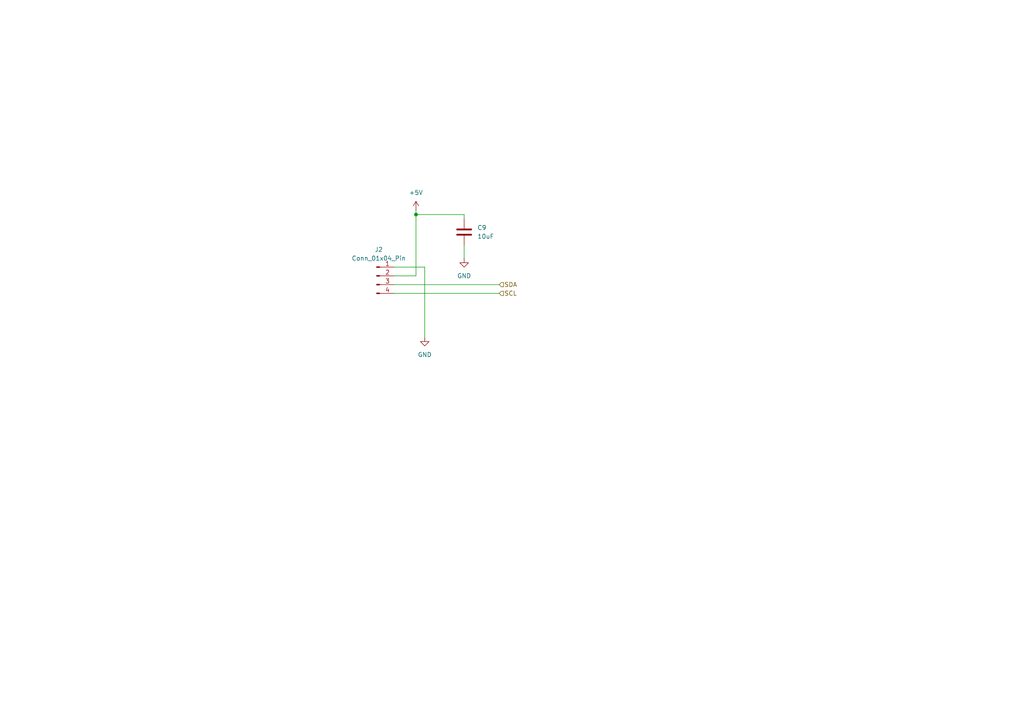
<source format=kicad_sch>
(kicad_sch (version 20231120) (generator "eeschema") (generator_version "8.0")
  (paper "A4")
  (lib_symbols
    (symbol "Connector:Conn_01x04_Pin" (pin_names (offset 1.016) hide)
      (property "Reference" "J" (at 0 5.08 0))
      (property "Value" "Conn_01x04_Pin" (at 0 -7.62 0))
      (symbol "Conn_01x04_Pin_1_1"
        (polyline (pts (xy 1.27 -5.08) (xy 0.8636 -5.08)) (stroke (width 0.1524)))
        (polyline (pts (xy 1.27 -2.54) (xy 0.8636 -2.54)) (stroke (width 0.1524)))
        (polyline (pts (xy 1.27 0) (xy 0.8636 0)) (stroke (width 0.1524)))
        (polyline (pts (xy 1.27 2.54) (xy 0.8636 2.54)) (stroke (width 0.1524)))
        (rectangle (start 0.8636 -4.953) (end 0 -5.207) (stroke (width 0.1524)) (fill (type outline)))
        (rectangle (start 0.8636 -2.413) (end 0 -2.667) (stroke (width 0.1524)) (fill (type outline)))
        (rectangle (start 0.8636 0.127) (end 0 -0.127) (stroke (width 0.1524)) (fill (type outline)))
        (rectangle (start 0.8636 2.667) (end 0 2.413) (stroke (width 0.1524)) (fill (type outline)))
        (pin passive line (at 5.08 2.54 180) (length 3.81) (name "Pin_1") (number "1"))
        (pin passive line (at 5.08 0 180) (length 3.81) (name "Pin_2") (number "2"))
        (pin passive line (at 5.08 -2.54 180) (length 3.81) (name "Pin_3") (number "3"))
        (pin passive line (at 5.08 -5.08 180) (length 3.81) (name "Pin_4") (number "4"))
      )
    )
    (symbol "Device:C" (pin_numbers hide) (pin_names (offset 0.254))
      (property "Reference" "C" (at 0.635 2.54 0))
      (property "Value" "C" (at 0.635 -2.54 0))
      (symbol "C_0_1"
        (polyline (pts (xy -2.032 -0.762) (xy 2.032 -0.762)) (stroke (width 0.508)))
        (polyline (pts (xy -2.032 0.762) (xy 2.032 0.762)) (stroke (width 0.508)))
      )
      (symbol "C_1_1"
        (pin passive line (at 0 3.81 270) (length 2.794) (name "~") (number "1"))
        (pin passive line (at 0 -3.81 90) (length 2.794) (name "~") (number "2"))
      )
    )
    (symbol "power:+5V" (power) (pin_names (offset 0))
      (property "Value" "+5V" (at 0 3.556 0))
      (symbol "+5V_0_1"
        (polyline (pts (xy -0.762 1.27) (xy 0 2.54)))
        (polyline (pts (xy 0 0) (xy 0 2.54)))
        (polyline (pts (xy 0 2.54) (xy 0.762 1.27)))
      )
      (symbol "+5V_1_1"
        (pin power_in line (at 0 0 90) (length 0) hide (name "+5V") (number "1"))
      )
    )
    (symbol "power:GND" (power) (pin_names (offset 0))
      (property "Value" "GND" (at 0 -3.81 0))
      (symbol "GND_0_1"
        (polyline (pts (xy 0 0) (xy 0 -1.27) (xy 1.27 -1.27) (xy 0 -2.54) (xy -1.27 -1.27) (xy 0 -1.27)))
      )
      (symbol "GND_1_1"
        (pin power_in line (at 0 0 270) (length 0) hide (name "GND") (number "1"))
      )
    )
  )
  (junction (at 120.65 62.23))
  (wire (pts (xy 114.3 85.09) (xy 144.78 85.09)))
  (wire (pts (xy 120.65 62.23) (xy 134.62 62.23)))
  (wire (pts (xy 114.3 80.01) (xy 120.65 80.01)))
  (wire (pts (xy 123.19 77.47) (xy 123.19 97.79)))
  (wire (pts (xy 114.3 77.47) (xy 123.19 77.47)))
  (wire (pts (xy 134.62 62.23) (xy 134.62 63.5)))
  (wire (pts (xy 120.65 60.96) (xy 120.65 62.23)))
  (wire (pts (xy 114.3 82.55) (xy 144.78 82.55)))
  (wire (pts (xy 120.65 62.23) (xy 120.65 80.01)))
  (wire (pts (xy 134.62 71.12) (xy 134.62 74.93)))
  (hierarchical_label "SCL" (shape input) (at 144.78 85.09 0))
  (hierarchical_label "SDA" (shape input) (at 144.78 82.55 0))
  (symbol (lib_id "power:GND") (at 123.19 97.79 0) (unit 1)
    (property "Reference" "#PWR017" (effects (hide yes)))
    (property "Value" "GND" (at 123.19 102.87 0))
    (property "Description" "Power symbol creates a global label with name \"GND\" , ground" (effects (hide yes)))
  )
  (symbol (lib_id "Connector:Conn_01x04_Pin") (at 109.22 80.01 0) (unit 1)
    (property "Reference" "J2" (at 109.855 72.39 0))
    (property "Value" "Conn_01x04_Pin" (at 109.855 74.93 0))
    (property "Footprint" "Connector_PinHeader_2.54mm:PinHeader_1x04_P2.54mm_Vertical" (effects (hide yes)))
    (property "Description" "Generic connector, single row, 01x04, script generated" (effects (hide yes)))
  )
  (symbol (lib_id "Device:C") (at 134.62 67.31 0) (unit 1)
    (property "Reference" "C9" (at 138.43 66.0399 0) (effects (justify left)))
    (property "Value" "10uF" (at 138.43 68.5799 0) (effects (justify left)))
    (property "Footprint" "Capacitor_SMD:C_0603_1608Metric" (effects (hide yes)))
    (property "Description" "Unpolarized capacitor" (effects (hide yes)))
  )
  (symbol (lib_id "power:GND") (at 134.62 74.93 0) (unit 1)
    (property "Reference" "#PWR024" (effects (hide yes)))
    (property "Value" "GND" (at 134.62 80.01 0))
    (property "Description" "Power symbol creates a global label with name \"GND\" , ground" (effects (hide yes)))
  )
  (symbol (lib_id "power:+5V") (at 120.65 60.96 0) (unit 1)
    (property "Reference" "#PWR016" (effects (hide yes)))
    (property "Value" "+5V" (at 120.65 55.88 0))
    (property "Description" "Power symbol creates a global label with name \"+5V\"" (effects (hide yes)))
  )
)
</source>
